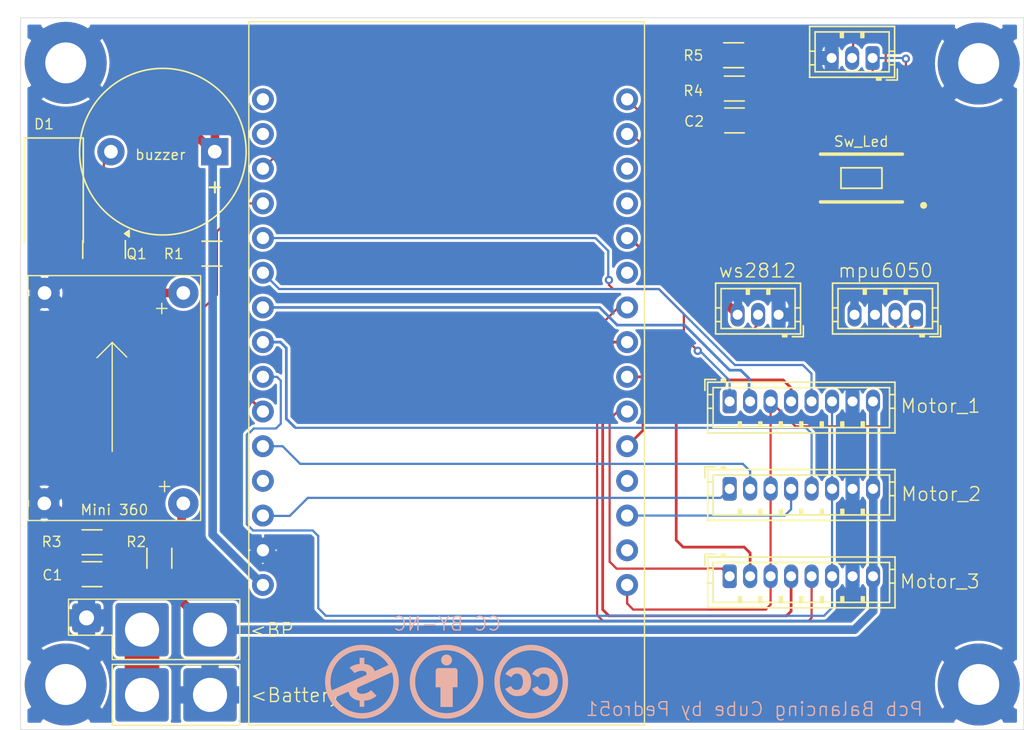
<source format=kicad_pcb>
(kicad_pcb (version 20240108) (generator "pcbnew") (generator_version "8.0")
  (layers (0 "F.Cu" signal) (31 "B.Cu" signal) (34 "B.Paste" user) (35 "F.Paste" user) (36 "B.SilkS" user "B.Silkscreen") (37 "F.SilkS" user "F.Silkscreen") (38 "B.Mask" user) (39 "F.Mask" user) (44 "Edge.Cuts" user))
  (net 0 "")
  (net 1 "+BATT")
  (net 2 "-BATT")
  (net 3 "Net-(BZ1--)")
  (net 4 "Net-(Q1-B)")
  (net 5 "VCC")
  (net 6 "Adc batt")
  (net 7 "Net-(J2-Pin_1)")
  (net 8 "Net-(J6-Pin_5)")
  (net 9 "Net-(J6-Pin_6)")
  (net 10 "Net-(J6-Pin_2)")
  (net 11 "Net-(J6-Pin_4)")
  (net 12 "Net-(J7-Pin_5)")
  (net 13 "Net-(J7-Pin_4)")
  (net 14 "Net-(J7-Pin_1)")
  (net 15 "Net-(J7-Pin_2)")
  (net 16 "Net-(J8-Pin_4)")
  (net 17 "Net-(J8-Pin_2)")
  (net 18 "Net-(J8-Pin_5)")
  (net 19 "Net-(J8-Pin_1)")
  (net 20 "Servo1")
  (net 21 "Servo2")
  (net 22 "Servo3")
  (net 23 "SDA")
  (net 24 "SCL")
  (net 25 "WS2812")
  (net 26 "cmd buzzer")
  (net 32 "Net-(J6-Pin_1)")
  (net 33 "Push_Led")
  (net 34 "+3.3V")
  (net 35 "+5V")
  (net 36 "Net-(J14-Pin_2)")
  (footprint "Capacitor_SMD:C_1206_3216Metric" (layer "F.Cu") (at 118.9736 109.0676 180)
    (property "Reference" "C1" (hide yes))
    (property "Value" "100nf" (hide yes))
    (pad "1" smd roundrect (at -1.475 0 180) (size 1.15 1.8) (layers "F.Cu" "F.Paste" "F.Mask") (roundrect_rratio 0.217391) (net 6 "Adc batt"))
    (pad "2" smd roundrect (at 1.475 0 180) (size 1.15 1.8) (layers "F.Cu" "F.Paste" "F.Mask") (roundrect_rratio 0.217391) (net 2 "-BATT"))
  )
  (footprint "Connector_Wire:SolderWire-2sqmm_1x01_D2mm_OD3.9mm" (layer "F.Cu") (at 127.6096 113.1316)
    (property "Reference" "J1" (hide yes))
    (property "Value" "Conn_01x01" (hide yes))
    (pad "1" thru_hole roundrect (at 0 0) (size 3.9 3.9) (drill 2.5) (layers "*.Cu" "*.Mask") (roundrect_rratio 0.064103) (net 1 "+BATT"))
  )
  (footprint "Connector_JST:JST_ZH_B8B-ZR_1x08_P1.50mm_Vertical" (layer "F.Cu") (at 165.6588 109.22)
    (property "Reference" "J8" (hide yes))
    (property "Value" "Conn_01x08_Pin")
    (pad "1" thru_hole roundrect (at 0 0) (size 1.03 1.73) (drill 0.73) (layers "*.Cu" "*.Mask") (roundrect_rratio 0.242718) (net 19 "Net-(J8-Pin_1)"))
    (pad "2" thru_hole oval (at 1.5 0) (size 1.03 1.73) (drill 0.73) (layers "*.Cu" "*.Mask") (net 17 "Net-(J8-Pin_2)"))
    (pad "3" thru_hole oval (at 3 0) (size 1.03 1.73) (drill 0.73) (layers "*.Cu" "*.Mask") (net 34 "+3.3V"))
    (pad "4" thru_hole oval (at 4.5 0) (size 1.03 1.73) (drill 0.73) (layers "*.Cu" "*.Mask") (net 16 "Net-(J8-Pin_4)"))
    (pad "5" thru_hole oval (at 6 0) (size 1.03 1.73) (drill 0.73) (layers "*.Cu" "*.Mask") (net 18 "Net-(J8-Pin_5)"))
    (pad "6" thru_hole oval (at 7.5 0) (size 1.03 1.73) (drill 0.73) (layers "*.Cu" "*.Mask") (net 9 "Net-(J6-Pin_6)"))
    (pad "7" thru_hole oval (at 9 0) (size 1.03 1.73) (drill 0.73) (layers "*.Cu" "*.Mask") (net 2 "-BATT"))
    (pad "8" thru_hole oval (at 10.5 0) (size 1.03 1.73) (drill 0.73) (layers "*.Cu" "*.Mask") (net 1 "+BATT"))
  )
  (footprint "Capacitor_SMD:C_1206_3216Metric" (layer "F.Cu") (at 166.0162 75.8444)
    (property "Reference" "C2" (hide yes))
    (property "Value" "100nf")
    (pad "1" smd roundrect (at -1.475 0) (size 1.15 1.8) (layers "F.Cu" "F.Paste" "F.Mask") (roundrect_rratio 0.217391) (net 33 "Push_Led"))
    (pad "2" smd roundrect (at 1.475 0) (size 1.15 1.8) (layers "F.Cu" "F.Paste" "F.Mask") (roundrect_rratio 0.217391) (net 2 "-BATT"))
  )
  (footprint "" (layer "F.Cu") (at 183.896 117.1448)
    (property "Reference" "" (at 0 0 0) (layer "F.SilkS") (effects (font (size 1.27 1.27))))
    (property "Value" "")
    (pad "1" thru_hole circle (at 0 0) (size 6 6) (drill 3) (layers "*.Cu" "*.Mask") (net 2 "-BATT"))
  )
  (footprint "Connector_JST:JST_ZH_B8B-ZR_1x08_P1.50mm_Vertical" (layer "F.Cu") (at 165.6588 102.8192)
    (property "Reference" "J7" (hide yes))
    (property "Value" "Conn_01x08_Pin")
    (pad "1" thru_hole roundrect (at 0 0) (size 1.03 1.73) (drill 0.73) (layers "*.Cu" "*.Mask") (roundrect_rratio 0.242718) (net 14 "Net-(J7-Pin_1)"))
    (pad "2" thru_hole oval (at 1.5 0) (size 1.03 1.73) (drill 0.73) (layers "*.Cu" "*.Mask") (net 15 "Net-(J7-Pin_2)"))
    (pad "3" thru_hole oval (at 3 0) (size 1.03 1.73) (drill 0.73) (layers "*.Cu" "*.Mask") (net 34 "+3.3V"))
    (pad "4" thru_hole oval (at 4.5 0) (size 1.03 1.73) (drill 0.73) (layers "*.Cu" "*.Mask") (net 13 "Net-(J7-Pin_4)"))
    (pad "5" thru_hole oval (at 6 0) (size 1.03 1.73) (drill 0.73) (layers "*.Cu" "*.Mask") (net 12 "Net-(J7-Pin_5)"))
    (pad "6" thru_hole oval (at 7.5 0) (size 1.03 1.73) (drill 0.73) (layers "*.Cu" "*.Mask") (net 9 "Net-(J6-Pin_6)"))
    (pad "7" thru_hole oval (at 9 0) (size 1.03 1.73) (drill 0.73) (layers "*.Cu" "*.Mask") (net 2 "-BATT"))
    (pad "8" thru_hole oval (at 10.5 0) (size 1.03 1.73) (drill 0.73) (layers "*.Cu" "*.Mask") (net 1 "+BATT"))
  )
  (footprint "Resistor_SMD:R_1206_3216Metric_Pad1.30x1.75mm_HandSolder" (layer "F.Cu") (at 123.9012 107.8992 90)
    (property "Reference" "R2" (hide yes))
    (property "Value" "33k")
    (pad "1" smd roundrect (at -1.55 0 90) (size 1.3 1.75) (layers "F.Cu" "F.Paste" "F.Mask") (roundrect_rratio 0.192308) (net 1 "+BATT"))
    (pad "2" smd roundrect (at 1.55 0 90) (size 1.3 1.75) (layers "F.Cu" "F.Paste" "F.Mask") (roundrect_rratio 0.192308) (net 6 "Adc batt"))
  )
  (footprint "Package_TO_SOT_SMD:SOT-23" (layer "F.Cu") (at 119.8513 85.2932 -90)
    (property "Reference" "Q1" (hide yes))
    (property "Value" "MMBT2222A" (hide yes))
    (pad "1" smd roundrect (at -0.9375 -0.95 270) (size 1.475 0.6) (layers "F.Cu" "F.Paste" "F.Mask") (net 4 "Net-(Q1-B)"))
    (pad "2" smd roundrect (at -0.9375 0.95 270) (size 1.475 0.6) (layers "F.Cu" "F.Paste" "F.Mask") (net 2 "-BATT"))
    (pad "3" smd roundrect (at 0.9375 0 270) (size 1.475 0.6) (layers "F.Cu" "F.Paste" "F.Mask") (net 3 "Net-(BZ1--)"))
  )
  (footprint "MesEmpreintes:DCDC buck" (layer "F.Cu") (at 120.5742 85.936)
    (property "Reference" "U1" (hide yes))
    (property "Value" "5v" (hide yes))
    (pad "1" thru_hole circle (at 5.08 17.95) (size 2.22 2.22) (drill 1) (layers "*.Cu" "*.Mask") (net 1 "+BATT"))
    (pad "2" thru_hole circle (at -5.1 17.95) (size 2.22 2.22) (drill 1) (layers "*.Cu" "*.Mask") (net 2 "-BATT"))
    (pad "3" thru_hole circle (at 5.08 2.54) (size 2.22 2.22) (drill 1) (layers "*.Cu" "*.Mask") (net 35 "+5V"))
    (pad "4" thru_hole circle (at -5.08 2.54) (size 2.22 2.22) (drill 1) (layers "*.Cu" "*.Mask") (net 2 "-BATT"))
  )
  (footprint "Resistor_SMD:R_1206_3216Metric" (layer "F.Cu") (at 166.0037 73.5076)
    (property "Reference" "R4" (hide yes))
    (property "Value" "1k")
    (pad "1" smd roundrect (at -1.4625 0) (size 1.125 1.75) (layers "F.Cu" "F.Paste" "F.Mask") (roundrect_rratio 0.222222) (net 33 "Push_Led"))
    (pad "2" smd roundrect (at 1.4625 0) (size 1.125 1.75) (layers "F.Cu" "F.Paste" "F.Mask") (roundrect_rratio 0.222222) (net 34 "+3.3V"))
  )
  (footprint "MountingHole:MountingHole_3mm_Pad" (layer "F.Cu") (at 117.0432 71.628)
    (property "Reference" "1" (hide yes))
    (property "Value" "MountingHole_3mm_Pad" (hide yes))
    (pad "1" thru_hole circle (at 0 0) (size 6 6) (drill 3) (layers "*.Cu" "*.Mask") (net 2 "-BATT"))
  )
  (footprint "Connector_JST:JST_ZH_B8B-ZR_1x08_P1.50mm_Vertical" (layer "F.Cu") (at 165.656 96.4184)
    (property "Reference" "J6" (hide yes))
    (property "Value" "Conn_01x08_Pin")
    (pad "1" thru_hole roundrect (at 0 0) (size 1.03 1.73) (drill 0.73) (layers "*.Cu" "*.Mask") (roundrect_rratio 0.242718) (net 32 "Net-(J6-Pin_1)"))
    (pad "2" thru_hole oval (at 1.5 0) (size 1.03 1.73) (drill 0.73) (layers "*.Cu" "*.Mask") (net 10 "Net-(J6-Pin_2)"))
    (pad "3" thru_hole oval (at 3 0) (size 1.03 1.73) (drill 0.73) (layers "*.Cu" "*.Mask") (net 34 "+3.3V"))
    (pad "4" thru_hole oval (at 4.5 0) (size 1.03 1.73) (drill 0.73) (layers "*.Cu" "*.Mask") (net 11 "Net-(J6-Pin_4)"))
    (pad "5" thru_hole oval (at 6 0) (size 1.03 1.73) (drill 0.73) (layers "*.Cu" "*.Mask") (net 8 "Net-(J6-Pin_5)"))
    (pad "6" thru_hole oval (at 7.5 0) (size 1.03 1.73) (drill 0.73) (layers "*.Cu" "*.Mask") (net 9 "Net-(J6-Pin_6)"))
    (pad "7" thru_hole oval (at 9 0) (size 1.03 1.73) (drill 0.73) (layers "*.Cu" "*.Mask") (net 2 "-BATT"))
    (pad "8" thru_hole oval (at 10.5 0) (size 1.03 1.73) (drill 0.73) (layers "*.Cu" "*.Mask") (net 1 "+BATT"))
  )
  (footprint "Connector_Wire:SolderWire-0.5sqmm_1x01_D0.9mm_OD2.1mm" (layer "F.Cu") (at 118.5672 112.268)
    (property "Reference" "J5" (hide yes))
    (property "Value" "Conn_01x01" (hide yes))
    (pad "1" thru_hole roundrect (at 0 0) (size 2.1 2.1) (drill 1.1) (layers "*.Cu" "*.Mask") (roundrect_rratio 0.119048) (net 2 "-BATT"))
  )
  (footprint "Connector_Wire:SolderWire-2sqmm_1x01_D2mm_OD3.9mm" (layer "F.Cu") (at 122.6312 113.1316)
    (property "Reference" "J2" (hide yes))
    (property "Value" "Conn_01x01" (hide yes))
    (pad "1" thru_hole roundrect (at 0 0) (size 3.9 3.9) (drill 2.5) (layers "*.Cu" "*.Mask") (roundrect_rratio 0.064103) (net 7 "Net-(J2-Pin_1)"))
  )
  (footprint "Connector_Wire:SolderWire-2sqmm_1x01_D2mm_OD3.9mm" (layer "F.Cu") (at 122.6312 117.9068)
    (property "Reference" "J3" (hide yes))
    (property "Value" "Conn_01x01" (hide yes))
    (pad "1" thru_hole roundrect (at 0 0) (size 3.9 3.9) (drill 2.5) (layers "*.Cu" "*.Mask") (roundrect_rratio 0.064103) (net 7 "Net-(J2-Pin_1)"))
  )
  (footprint "Connector_JST:JST_ZH_B3B-ZR_1x03_P1.50mm_Vertical" (layer "F.Cu") (at 176.1264 71.2724 180)
    (property "Reference" "J14" (hide yes))
    (property "Value" "Conn_01x03_Pin")
    (pad "1" thru_hole roundrect (at 0 0 180) (size 1.03 1.73) (drill 0.73) (layers "*.Cu" "*.Mask") (roundrect_rratio 0.242718) (net 34 "+3.3V"))
    (pad "2" thru_hole oval (at 1.5 0 180) (size 1.03 1.73) (drill 0.73) (layers "*.Cu" "*.Mask") (net 36 "Net-(J14-Pin_2)"))
    (pad "3" thru_hole oval (at 3 0 180) (size 1.03 1.73) (drill 0.73) (layers "*.Cu" "*.Mask") (net 2 "-BATT"))
  )
  (footprint "Resistor_SMD:R_1206_3216Metric_Pad1.30x1.75mm_HandSolder" (layer "F.Cu") (at 118.9736 106.7308 180)
    (property "Reference" "R3" (hide yes))
    (property "Value" "10k")
    (pad "1" smd roundrect (at -1.55 0 180) (size 1.3 1.75) (layers "F.Cu" "F.Paste" "F.Mask") (roundrect_rratio 0.192308) (net 6 "Adc batt"))
    (pad "2" smd roundrect (at 1.55 0 180) (size 1.3 1.75) (layers "F.Cu" "F.Paste" "F.Mask") (roundrect_rratio 0.192308) (net 2 "-BATT"))
  )
  (footprint "Resistor_SMD:R_1206_3216Metric" (layer "F.Cu") (at 127.7513 85.598 180)
    (property "Reference" "R1" (hide yes))
    (property "Value" "2k" (hide yes))
    (pad "1" smd roundrect (at -1.4625 0 180) (size 1.125 1.75) (layers "F.Cu" "F.Paste" "F.Mask") (roundrect_rratio 0.222222) (net 26 "cmd buzzer"))
    (pad "2" smd roundrect (at 1.4625 0 180) (size 1.125 1.75) (layers "F.Cu" "F.Paste" "F.Mask") (roundrect_rratio 0.222222) (net 4 "Net-(Q1-B)"))
  )
  (footprint "Resistor_SMD:R_1206_3216Metric" (layer "F.Cu") (at 165.9529 71.0692 180)
    (property "Reference" "R5" (hide yes))
    (property "Value" "1k")
    (pad "1" smd roundrect (at -1.4625 0 180) (size 1.125 1.75) (layers "F.Cu" "F.Paste" "F.Mask") (roundrect_rratio 0.222222) (net 36 "Net-(J14-Pin_2)"))
    (pad "2" smd roundrect (at 1.4625 0 180) (size 1.125 1.75) (layers "F.Cu" "F.Paste" "F.Mask") (roundrect_rratio 0.222222) (net 33 "Push_Led"))
  )
  (footprint "MountingHole:MountingHole_3mm_Pad" (layer "F.Cu") (at 117.0432 117.1448)
    (property "Reference" "1" (hide yes))
    (property "Value" "MountingHole_3mm_Pad" (hide yes))
    (pad "1" thru_hole circle (at 0 0) (size 6 6) (drill 3) (layers "*.Cu" "*.Mask") (net 2 "-BATT"))
  )
  (footprint "Diode_SMD:D_SMA-SMB_Universal_Handsoldering" (layer "F.Cu") (at 116.1796 82.0884 -90)
    (property "Reference" "D1" (hide yes))
    (property "Value" "S2A")
    (pad "1" smd trapezoid (at -2.9 0 270) (size 3.6 1.7) (rect_delta 0.6 0) (layers "F.Cu" "F.Paste" "F.Mask") (net 5 "VCC"))
    (pad "2" smd trapezoid (at 2.9 0 90) (size 3.6 1.7) (rect_delta 0.6 0) (layers "F.Cu" "F.Paste" "F.Mask") (net 35 "+5V"))
  )
  (footprint "Connector_JST:JST_ZH_B4B-ZR_1x04_P1.50mm_Vertical" (layer "F.Cu") (at 179.3028 90.0684 180)
    (property "Reference" "J12" (hide yes))
    (property "Value" "Conn_01x04_Pin")
    (pad "1" thru_hole roundrect (at 0 0 180) (size 1.03 1.73) (drill 0.73) (layers "*.Cu" "*.Mask") (roundrect_rratio 0.242718) (net 23 "SDA"))
    (pad "2" thru_hole oval (at 1.5 0 180) (size 1.03 1.73) (drill 0.73) (layers "*.Cu" "*.Mask") (net 24 "SCL"))
    (pad "3" thru_hole oval (at 3 0 180) (size 1.03 1.73) (drill 0.73) (layers "*.Cu" "*.Mask") (net 2 "-BATT"))
    (pad "4" thru_hole oval (at 4.5 0 180) (size 1.03 1.73) (drill 0.73) (layers "*.Cu" "*.Mask") (net 5 "VCC"))
  )
  (footprint "Connector_JST:JST_ZH_B3B-ZR_1x03_P1.50mm_Vertical" (layer "F.Cu") (at 169.2416 90.0684 180)
    (property "Reference" "J13" (hide yes))
    (property "Value" "Conn_01x03_Pin")
    (pad "1" thru_hole roundrect (at 0 0 180) (size 1.03 1.73) (drill 0.73) (layers "*.Cu" "*.Mask") (roundrect_rratio 0.242718) (net 2 "-BATT"))
    (pad "2" thru_hole oval (at 1.5 0 180) (size 1.03 1.73) (drill 0.73) (layers "*.Cu" "*.Mask") (net 25 "WS2812"))
    (pad "3" thru_hole oval (at 3 0 180) (size 1.03 1.73) (drill 0.73) (layers "*.Cu" "*.Mask") (net 5 "VCC"))
  )
  (footprint "" (layer "F.Cu") (at 183.896 71.6788)
    (property "Reference" "" (at 0 0 0) (layer "F.SilkS") (effects (font (size 1.27 1.27))))
    (property "Value" "")
    (pad "1" thru_hole circle (at 0 0) (size 6 6) (drill 3) (layers "*.Cu" "*.Mask") (net 2 "-BATT"))
  )
  (footprint "Connector_Wire:SolderWire-2sqmm_1x01_D2mm_OD3.9mm" (layer "F.Cu") (at 127.6096 117.9068)
    (property "Reference" "J4" (hide yes))
    (property "Value" "Conn_01x01" (hide yes))
    (pad "1" thru_hole roundrect (at 0 0) (size 3.9 3.9) (drill 2.5) (layers "*.Cu" "*.Mask") (roundrect_rratio 0.064103) (net 2 "-BATT"))
  )
  (footprint "Buzzer_Beeper:Buzzer_12x9.5RM7.6" (layer "F.Cu") (at 127.9552 78.1304 180)
    (property "Reference" "BZ1" (hide yes))
    (property "Value" "Buzzer" (hide yes))
    (fp_text user "+" (at -0.01 -2.54 0) (layer "F.SilkS"))
    (pad "1" thru_hole rect (at 0 0 180) (size 2 2) (drill 1) (layers "*.Cu" "*.Mask") (net 5 "VCC"))
    (pad "2" thru_hole circle (at 7.6 0 180) (size 2 2) (drill 1) (layers "*.Cu" "*.Mask") (net 3 "Net-(BZ1--)"))
  )
  (footprint "MesEmpreintes:esp module 30pins" (layer "F.Cu") (at 145.4526 94.6162)
    (property "Reference" "U2" (hide yes))
    (property "Value" "~")
    (pad "1" thru_hole circle (at -13.97 -20.32) (size 1.6 1.6) (drill 0.9) (layers "*.Cu" "*.Mask"))
    (pad "2" thru_hole circle (at -13.97 -17.78) (size 1.6 1.6) (drill 0.9) (layers "*.Cu" "*.Mask"))
    (pad "3" thru_hole circle (at -13.97 -15.24) (size 1.6 1.6) (drill 0.9) (layers "*.Cu" "*.Mask") (net 33 "Push_Led"))
    (pad "4" thru_hole circle (at -13.97 -12.7) (size 1.6 1.6) (drill 0.9) (layers "*.Cu" "*.Mask") (net 6 "Adc batt"))
    (pad "5" thru_hole circle (at -13.97 -10.16) (size 1.6 1.6) (drill 0.9) (layers "*.Cu" "*.Mask") (net 32 "Net-(J6-Pin_1)"))
    (pad "6" thru_hole circle (at -13.97 -7.62) (size 1.6 1.6) (drill 0.9) (layers "*.Cu" "*.Mask") (net 8 "Net-(J6-Pin_5)"))
    (pad "7" thru_hole circle (at -13.97 -5.08) (size 1.6 1.6) (drill 0.9) (layers "*.Cu" "*.Mask") (net 10 "Net-(J6-Pin_2)"))
    (pad "8" thru_hole circle (at -13.97 -2.54) (size 1.6 1.6) (drill 0.9) (layers "*.Cu" "*.Mask") (net 12 "Net-(J7-Pin_5)"))
    (pad "9" thru_hole circle (at -13.97 0) (size 1.6 1.6) (drill 0.9) (layers "*.Cu" "*.Mask") (net 9 "Net-(J6-Pin_6)"))
    (pad "10" thru_hole circle (at -13.97 2.54) (size 1.6 1.6) (drill 0.9) (layers "*.Cu" "*.Mask") (net 26 "cmd buzzer"))
    (pad "11" thru_hole circle (at -13.97 5.08) (size 1.6 1.6) (drill 0.9) (layers "*.Cu" "*.Mask") (net 15 "Net-(J7-Pin_2)"))
    (pad "12" thru_hole circle (at -13.97 7.62) (size 1.6 1.6) (drill 0.9) (layers "*.Cu" "*.Mask") (net 21 "Servo2"))
    (pad "13" thru_hole circle (at -13.97 10.16) (size 1.6 1.6) (drill 0.9) (layers "*.Cu" "*.Mask") (net 14 "Net-(J7-Pin_1)"))
    (pad "14" thru_hole circle (at -13.97 12.7) (size 1.6 1.6) (drill 0.9) (layers "*.Cu" "*.Mask") (net 2 "-BATT"))
    (pad "15" thru_hole circle (at -13.97 15.24) (size 1.6 1.6) (drill 0.9) (layers "*.Cu" "*.Mask") (net 5 "VCC"))
    (pad "16" thru_hole circle (at 12.7 15.24) (size 1.6 1.6) (drill 0.9) (layers "*.Cu" "*.Mask") (net 34 "+3.3V"))
    (pad "17" thru_hole circle (at 12.7 12.7) (size 1.6 1.6) (drill 0.9) (layers "*.Cu" "*.Mask"))
    (pad "18" thru_hole circle (at 12.7 10.16) (size 1.6 1.6) (drill 0.9) (layers "*.Cu" "*.Mask") (net 13 "Net-(J7-Pin_4)"))
    (pad "19" thru_hole circle (at 12.7 7.62) (size 1.6 1.6) (drill 0.9) (layers "*.Cu" "*.Mask") (net 22 "Servo3"))
    (pad "20" thru_hole circle (at 12.7 5.08) (size 1.6 1.6) (drill 0.9) (layers "*.Cu" "*.Mask") (net 11 "Net-(J6-Pin_4)"))
    (pad "21" thru_hole circle (at 12.7 2.54) (size 1.6 1.6) (drill 0.9) (layers "*.Cu" "*.Mask") (net 19 "Net-(J8-Pin_1)"))
    (pad "22" thru_hole circle (at 12.7 0) (size 1.6 1.6) (drill 0.9) (layers "*.Cu" "*.Mask") (net 17 "Net-(J8-Pin_2)"))
    (pad "23" thru_hole circle (at 12.7 -2.54) (size 1.6 1.6) (drill 0.9) (layers "*.Cu" "*.Mask") (net 16 "Net-(J8-Pin_4)"))
    (pad "24" thru_hole circle (at 12.7 -5.08) (size 1.6 1.6) (drill 0.9) (layers "*.Cu" "*.Mask") (net 18 "Net-(J8-Pin_5)"))
    (pad "25" thru_hole circle (at 12.7 -7.62) (size 1.6 1.6) (drill 0.9) (layers "*.Cu" "*.Mask") (net 20 "Servo1"))
    (pad "26" thru_hole circle (at 12.7 -10.16) (size 1.6 1.6) (drill 0.9) (layers "*.Cu" "*.Mask") (net 23 "SDA"))
    (pad "27" thru_hole circle (at 12.7 -12.7) (size 1.6 1.6) (drill 0.9) (layers "*.Cu" "*.Mask"))
    (pad "28" thru_hole circle (at 12.7 -15.24) (size 1.6 1.6) (drill 0.9) (layers "*.Cu" "*.Mask"))
    (pad "29" thru_hole circle (at 12.7 -17.78) (size 1.6 1.6) (drill 0.9) (layers "*.Cu" "*.Mask") (net 24 "SCL"))
    (pad "30" thru_hole circle (at 12.7 -20.32) (size 1.6 1.6) (drill 0.9) (layers "*.Cu" "*.Mask") (net 25 "WS2812"))
  )
  (footprint "MesEmpreintes:SW_RS-032G05A3-SMRT" (layer "F.Cu") (at 175.3108 80.0608 180)
    (property "Reference" "SW2" (hide yes))
    (property "Value" "SW_Push")
    (pad "1" smd rect (at -4 0 180) (size 2 2) (layers "F.Cu" "F.Paste" "F.Mask") (net 2 "-BATT"))
    (pad "2" smd rect (at 4 0 180) (size 2 2) (layers "F.Cu" "F.Paste" "F.Mask") (net 33 "Push_Led"))
  )
  (footprint "Symbol:Symbol_CC-Attribution_Silkscreen_Small" (layer "B.Cu") (at 144.9324 116.9416 180)
    (property "Reference" "REF**" (hide yes))
    (property "Value" "Symbol_CC-Attribution_Silkscreen_Small" (hide yes))
  )
  (footprint "Symbol:Symbol_CreativeCommons_Silkscreen_Type2_Small" (layer "B.Cu") (at 151.13 116.9416 180)
    (property "Reference" "REF**" (hide yes))
    (property "Value" "Symbol_CreativeCommons_Silkscreen_Type2_Small" (hide yes))
  )
  (footprint "Symbol:Symbol_CC-Noncommercial_Silkscreen_Small" (layer "B.Cu") (at 138.7348 116.9416 180)
    (property "Reference" "REF**" (hide yes))
    (property "Value" "Symbol_CC-Noncommercial_Silkscreen_Small" (hide yes))
  )
  (gr_poly (pts (xy 117.2464 110.8964) (xy 129.794 110.8964) (xy 129.794 115.316) (xy 120.4468 115.316) (xy 120.4468 113.538) (xy 117.2464 113.538)) (stroke (width 0.1)) (fill none) (layer "F.SilkS"))
  (gr_line (start 120.4468 92.1004) (end 121.5136 93.1672) (stroke (width 0.1)) (layer "F.SilkS"))
  (gr_line (start 120.4468 92.1004) (end 119.3292 93.218) (stroke (width 0.1)) (layer "F.SilkS"))
  (gr_line (start 120.4468 100.076) (end 120.4468 92.1004) (stroke (width 0.1)) (layer "F.SilkS"))
  (gr_rect (start 120.4468 115.6716) (end 129.794 120.142) (stroke (width 0.1)) (fill none) (layer "F.SilkS"))
  (gr_rect (start 113.7412 68.326) (end 187.198 120.4468) (stroke (width 0.05)) (fill none) (layer "Edge.Cuts"))
  (gr_text "CC BY-NC" (at 148.9964 113.284 0) (layer "B.SilkS") (effects (font (size 1 1) (thickness 0.1)) (justify left bottom mirror)))
  (gr_text "Pcb Balancing Cube by Pedro51" (at 179.8828 119.5324 0) (layer "B.SilkS") (effects (font (size 1 1) (thickness 0.1)) (justify left bottom mirror)))
  (gr_text "<Battery" (at 130.5052 118.5164 0) (layer "F.SilkS") (effects (font (size 1 1) (thickness 0.1)) (justify left bottom)))
  (gr_text "R4" (at 162.2044 74.1172 0) (layer "F.SilkS") (effects (font (size 0.75 0.75) (thickness 0.1)) (justify left bottom)))
  (gr_text "R2" (at 121.412 107.1372 0) (layer "F.SilkS") (effects (font (size 0.75 0.75) (thickness 0.1)) (justify left bottom)))
  (gr_text "Sw_Led" (at 173.228 77.8256 0) (layer "F.SilkS") (effects (font (size 0.75 0.75) (thickness 0.1)) (justify left bottom)))
  (gr_text "R1" (at 124.1552 86.0552 0) (layer "F.SilkS") (effects (font (size 0.75 0.75) (thickness 0.1)) (justify left bottom)))
  (gr_text "Motor_1" (at 178.1048 97.3328 0) (layer "F.SilkS") (effects (font (size 1 1) (thickness 0.1)) (justify left bottom)))
  (gr_text "Motor_3" (at 178.054 110.1852 0) (layer "F.SilkS") (effects (font (size 1 1) (thickness 0.1)) (justify left bottom)))
  (gr_text "C1" (at 115.2652 109.5756 0) (layer "F.SilkS") (effects (font (size 0.75 0.75) (thickness 0.1)) (justify left bottom)))
  (gr_text "Q1" (at 121.412 86.0552 0) (layer "F.SilkS") (effects (font (size 0.75 0.75) (thickness 0.1)) (justify left bottom)))
  (gr_text "R3" (at 115.2144 107.1372 0) (layer "F.SilkS") (effects (font (size 0.75 0.75) (thickness 0.1)) (justify left bottom)))
  (gr_text "<BP" (at 130.4544 113.7412 0) (layer "F.SilkS") (effects (font (size 1 1) (thickness 0.1)) (justify left bottom)))
  (gr_text "ws2812" (at 164.7952 87.4268 0) (layer "F.SilkS") (effects (font (size 1 1) (thickness 0.1)) (justify left bottom)))
  (gr_text "+\n" (at 123.3932 90.1192 0) (layer "F.SilkS") (effects (font (size 1 1) (thickness 0.1)) (justify left bottom)))
  (gr_text "mpu6050" (at 173.5328 87.4268 0) (layer "F.SilkS") (effects (font (size 1 1) (thickness 0.1)) (justify left bottom)))
  (gr_text "buzzer" (at 122.0724 78.7908 0) (layer "F.SilkS") (effects (font (size 0.75 0.75) (thickness 0.1)) (justify left bottom)))
  (gr_text "Mini 360" (at 118.0592 104.8004 0) (layer "F.SilkS") (effects (font (size 0.75 0.75) (thickness 0.1)) (justify left bottom)))
  (gr_text "Motor_2" (at 178.1556 103.7844 0) (layer "F.SilkS") (effects (font (size 1 1) (thickness 0.1)) (justify left bottom)))
  (gr_text "+\n\n\n" (at 123.5964 106.3752 0) (layer "F.SilkS") (effects (font (size 1 1) (thickness 0.1)) (justify left bottom)))
  (gr_text "R5" (at 162.2044 71.5264 0) (layer "F.SilkS") (effects (font (size 0.75 0.75) (thickness 0.1)) (justify left bottom)))
  (gr_text "D1" (at 114.6556 76.5556 0) (layer "F.SilkS") (effects (font (size 0.75 0.75) (thickness 0.1)) (justify left bottom)))
  (gr_text "C2" (at 162.2552 76.3524 0) (layer "F.SilkS") (effects (font (size 0.75 0.75) (thickness 0.1)) (justify left bottom)))
  (segment (start 123.9012 109.3742) (end 123.9012 109.4232) (width 0.63) (layer "F.Cu") (net 1))
  (segment (start 176.3484 96.32) (end 176.3516 96.3168) (width 0.16) (layer "F.Cu") (net 1))
  (segment (start 125.5268 107.7486) (end 123.9012 109.3742) (width 0.63) (layer "F.Cu") (net 1))
  (segment (start 123.9012 109.4232) (end 127.6096 113.1316) (width 0.63) (layer "F.Cu") (net 1))
  (segment (start 125.6542 103.886) (end 125.5268 104.0134) (width 0.63) (layer "F.Cu") (net 1))
  (segment (start 125.5268 104.0134) (end 125.5268 107.7486) (width 0.63) (layer "F.Cu") (net 1))
  (segment (start 176.3516 96.3168) (end 176.3516 95.6812) (width 0.16) (layer "B.Cu") (net 1))
  (segment (start 176.1744 111.76) (end 176.1744 96.4368) (width 0.63) (layer "B.Cu") (net 1))
  (segment (start 127.6096 113.1316) (end 174.8028 113.1316) (width 0.63) (layer "B.Cu") (net 1))
  (segment (start 174.8028 113.1316) (end 176.1744 111.76) (width 0.63) (layer "B.Cu") (net 1))
  (segment (start 176.1744 96.4368) (end 176.156 96.4184) (width 0.63) (layer "B.Cu") (net 1))
  (segment (start 118.9013 84.3557) (end 118.9013 82.5285) (width 0.16) (layer "F.Cu") (net 2))
  (segment (start 117.4986 109.0676) (end 117.4986 105.0526) (width 0.16) (layer "F.Cu") (net 2))
  (segment (start 114.7572 82.1944) (end 114.4524 82.4992) (width 0.16) (layer "F.Cu") (net 2))
  (segment (start 176.3268 90.0444) (end 176.3028 90.0684) (width 0.16) (layer "F.Cu") (net 2))
  (segment (start 118.5672 82.1944) (end 114.7572 82.1944) (width 0.16) (layer "F.Cu") (net 2))
  (segment (start 117.4986 105.0526) (end 116.332 103.886) (width 0.16) (layer "F.Cu") (net 2))
  (segment (start 169.2416 90.0684) (end 169.2416 77.5948) (width 0.2) (layer "F.Cu") (net 2))
  (segment (start 167.7416 76.0948) (end 167.4912 75.8444) (width 0.16) (layer "F.Cu") (net 2))
  (segment (start 178.5864 85.8784) (end 176.3268 88.138) (width 0.16) (layer "F.Cu") (net 2))
  (segment (start 118.9013 82.5285) (end 118.5672 82.1944) (width 0.16) (layer "F.Cu") (net 2))
  (segment (start 178.5864 80.7852) (end 178.5864 85.8784) (width 0.2) (layer "F.Cu") (net 2))
  (segment (start 114.4524 82.4992) (end 114.4524 87.4342) (width 0.16) (layer "F.Cu") (net 2))
  (segment (start 176.3268 88.138) (end 176.3268 90.0444) (width 0.16) (layer "F.Cu") (net 2))
  (segment (start 169.2416 77.5948) (end 167.4912 75.8444) (width 0.2) (layer "F.Cu") (net 2))
  (segment (start 114.4524 87.4342) (end 115.4942 88.476) (width 0.16) (layer "F.Cu") (net 2))
  (segment (start 179.3108 80.0608) (end 178.5864 80.7852) (width 0.2) (layer "F.Cu") (net 2))
  (segment (start 119.8513 86.2307) (end 119.8372 86.2166) (width 0.16) (layer "F.Cu") (net 3))
  (segment (start 119.8372 86.2166) (end 119.8372 78.496) (width 0.16) (layer "F.Cu") (net 3))
  (segment (start 119.8372 78.496) (end 120.2028 78.1304) (width 0.16) (layer "F.Cu") (net 3))
  (segment (start 124.8202 84.1294) (end 126.2888 85.598) (width 0.16) (layer "F.Cu") (net 4))
  (segment (start 121.0276 84.1294) (end 124.8202 84.1294) (width 0.16) (layer "F.Cu") (net 4))
  (segment (start 120.8013 84.3557) (end 121.0276 84.1294) (width 0.16) (layer "F.Cu") (net 4))
  (segment (start 162.1536 85.9804) (end 166.2416 90.0684) (width 0.63) (layer "F.Cu") (net 5))
  (segment (start 126.1264 76.454) (end 127.8028 78.1304) (width 0.63) (layer "F.Cu") (net 5))
  (segment (start 127.9652 77.968) (end 127.9652 73.5584) (width 0.63) (layer "F.Cu") (net 5))
  (segment (start 129.5908 71.9328) (end 160.5788 71.9328) (width 0.63) (layer "F.Cu") (net 5))
  (segment (start 116.1796 79.1884) (end 116.1796 77.2668) (width 0.63) (layer "F.Cu") (net 5))
  (segment (start 160.5788 71.9328) (end 162.1536 73.5076) (width 0.63) (layer "F.Cu") (net 5))
  (segment (start 162.1536 73.5076) (end 162.1536 85.9804) (width 0.63) (layer "F.Cu") (net 5))
  (segment (start 127.9652 73.5584) (end 129.5908 71.9328) (width 0.63) (layer "F.Cu") (net 5))
  (segment (start 127.8028 78.1304) (end 127.9652 77.968) (width 0.63) (layer "F.Cu") (net 5))
  (segment (start 116.9924 76.454) (end 126.1264 76.454) (width 0.63) (layer "F.Cu") (net 5))
  (segment (start 116.1796 77.2668) (end 116.9924 76.454) (width 0.63) (layer "F.Cu") (net 5))
  (segment (start 174.1424 88.0872) (end 174.8028 88.7476) (width 0.63) (layer "B.Cu") (net 5))
  (segment (start 166.878 88.0872) (end 174.1424 88.0872) (width 0.63) (layer "B.Cu") (net 5))
  (segment (start 166.2416 90.0684) (end 166.2684 90.0416) (width 0.63) (layer "B.Cu") (net 5))
  (segment (start 166.2684 90.0416) (end 166.2684 88.6968) (width 0.63) (layer "B.Cu") (net 5))
  (segment (start 127.8028 106.1764) (end 131.4826 109.8562) (width 0.63) (layer "B.Cu") (net 5))
  (segment (start 174.8028 88.7476) (end 174.8028 90.0684) (width 0.63) (layer "B.Cu") (net 5))
  (segment (start 166.2684 88.6968) (end 166.878 88.0872) (width 0.63) (layer "B.Cu") (net 5))
  (segment (start 127.8028 78.1304) (end 127.8028 106.1764) (width 0.63) (layer "B.Cu") (net 5))
  (segment (start 131.4826 81.979) (end 131.4826 81.9162) (width 0.16) (layer "F.Cu") (net 6))
  (segment (start 131.4826 81.9162) (end 130.1738 81.9162) (width 0.16) (layer "F.Cu") (net 6))
  (segment (start 128.1176 83.9724) (end 128.1176 88.5952) (width 0.16) (layer "F.Cu") (net 6))
  (segment (start 120.4486 109.0676) (end 120.4486 106.7308) (width 0.16) (layer "F.Cu") (net 6))
  (segment (start 123.5946 106.7308) (end 123.9012 106.4242) (width 0.16) (layer "F.Cu") (net 6))
  (segment (start 128.1176 88.5952) (end 123.9012 92.8116) (width 0.16) (layer "F.Cu") (net 6))
  (segment (start 123.9012 92.8116) (end 123.9012 106.4242) (width 0.16) (layer "F.Cu") (net 6))
  (segment (start 120.4486 106.7308) (end 123.5946 106.7308) (width 0.16) (layer "F.Cu") (net 6))
  (segment (start 130.1738 81.9162) (end 128.1176 83.9724) (width 0.16) (layer "F.Cu") (net 6))
  (segment (start 122.6312 113.1316) (end 122.6312 117.9068) (width 2.54) (layer "F.Cu") (net 7))
  (segment (start 171.0192 93.7524) (end 171.6532 94.3864) (width 0.16) (layer "B.Cu") (net 8))
  (segment (start 166.0408 93.7524) (end 171.0192 93.7524) (width 0.16) (layer "B.Cu") (net 8))
  (segment (start 160.4772 88.1888) (end 166.0408 93.7524) (width 0.16) (layer "B.Cu") (net 8))
  (segment (start 171.6532 96.4156) (end 171.656 96.4184) (width 0.16) (layer "B.Cu") (net 8))
  (segment (start 132.6752 88.1888) (end 160.4772 88.1888) (width 0.16) (layer "B.Cu") (net 8))
  (segment (start 131.4826 86.9962) (end 132.6752 88.1888) (width 0.16) (layer "B.Cu") (net 8))
  (segment (start 171.6532 94.3864) (end 171.6532 96.4156) (width 0.16) (layer "B.Cu") (net 8))
  (segment (start 173.1588 96.4212) (end 173.156 96.4184) (width 0.16) (layer "F.Cu") (net 9))
  (segment (start 132.7912 94.8944) (end 132.7912 98.044) (width 0.16) (layer "B.Cu") (net 9))
  (segment (start 130.302 98.8568) (end 130.302 105.41) (width 0.16) (layer "B.Cu") (net 9))
  (segment (start 131.4826 94.6162) (end 132.513 94.6162) (width 0.16) (layer "B.Cu") (net 9))
  (segment (start 135.5344 106.2736) (end 135.5344 111.5568) (width 0.16) (layer "B.Cu") (net 9))
  (segment (start 132.7912 98.044) (end 132.4356 98.3996) (width 0.16) (layer "B.Cu") (net 9))
  (segment (start 130.81 98.3996) (end 130.5052 98.7044) (width 0.16) (layer "B.Cu") (net 9))
  (segment (start 173.1588 111.5244) (end 173.1588 109.22) (width 0.16) (layer "B.Cu") (net 9))
  (segment (start 135.5344 111.5568) (end 136.0932 112.1156) (width 0.16) (layer "B.Cu") (net 9))
  (segment (start 172.5676 112.1156) (end 173.1588 111.5244) (width 0.16) (layer "B.Cu") (net 9))
  (segment (start 135.128 105.8672) (end 135.5344 106.2736) (width 0.16) (layer "B.Cu") (net 9))
  (segment (start 132.4356 98.3996) (end 130.81 98.3996) (width 0.16) (layer "B.Cu") (net 9))
  (segment (start 136.0932 112.1156) (end 172.5676 112.1156) (width 0.16) (layer "B.Cu") (net 9))
  (segment (start 130.4544 98.7044) (end 130.302 98.8568) (width 0.16) (layer "B.Cu") (net 9))
  (segment (start 130.302 105.41) (end 130.7592 105.8672) (width 0.16) (layer "B.Cu") (net 9))
  (segment (start 132.513 94.6162) (end 132.7912 94.8944) (width 0.16) (layer "B.Cu") (net 9))
  (segment (start 130.5052 98.7044) (end 130.4544 98.7044) (width 0.16) (layer "B.Cu") (net 9))
  (segment (start 130.7592 105.8672) (end 135.128 105.8672) (width 0.16) (layer "B.Cu") (net 9))
  (segment (start 173.156 96.4184) (end 173.156 109.2172) (width 0.16) (layer "B.Cu") (net 9))
  (segment (start 173.156 109.2172) (end 173.1588 109.22) (width 0.16) (layer "B.Cu") (net 9))
  (segment (start 157.4292 90.8304) (end 162.3568 90.8304) (width 0.2) (layer "B.Cu") (net 10))
  (segment (start 165.6588 94.1324) (end 166.4716 94.1324) (width 0.2) (layer "B.Cu") (net 10))
  (segment (start 162.3568 90.8304) (end 165.6588 94.1324) (width 0.2) (layer "B.Cu") (net 10))
  (segment (start 166.4716 94.1324) (end 167.0812 94.742) (width 0.2) (layer "B.Cu") (net 10))
  (segment (start 156.135 89.5362) (end 157.4292 90.8304) (width 0.2) (layer "B.Cu") (net 10))
  (segment (start 131.4826 89.5362) (end 156.135 89.5362) (width 0.2) (layer "B.Cu") (net 10))
  (segment (start 167.0812 96.3436) (end 167.156 96.4184) (width 0.2) (layer "B.Cu") (net 10))
  (segment (start 167.0812 94.742) (end 167.0812 96.3436) (width 0.2) (layer "B.Cu") (net 10))
  (segment (start 158.8008 95.8596) (end 157.3784 95.8596) (width 0.2) (layer "F.Cu") (net 11))
  (segment (start 157.3784 95.8596) (end 156.8196 95.3008) (width 0.2) (layer "F.Cu") (net 11))
  (segment (start 159.3152 96.374) (end 158.8008 95.8596) (width 0.2) (layer "F.Cu") (net 11))
  (segment (start 160.4772 94.8436) (end 169.5704 94.8436) (width 0.2) (layer "F.Cu") (net 11))
  (segment (start 158.1526 99.6962) (end 159.3152 98.5336) (width 0.2) (layer "F.Cu") (net 11))
  (segment (start 159.0548 93.4212) (end 160.4772 94.8436) (width 0.2) (layer "F.Cu") (net 11))
  (segment (start 159.3152 98.5336) (end 159.3152 96.374) (width 0.2) (layer "F.Cu") (net 11))
  (segment (start 156.8196 93.726) (end 157.1244 93.4212) (width 0.2) (layer "F.Cu") (net 11))
  (segment (start 169.5704 94.8436) (end 170.156 95.4292) (width 0.2) (layer "F.Cu") (net 11))
  (segment (start 156.8196 95.3008) (end 156.8196 93.726) (width 0.2) (layer "F.Cu") (net 11))
  (segment (start 157.1244 93.4212) (end 159.0548 93.4212) (width 0.2) (layer "F.Cu") (net 11))
  (segment (start 170.156 95.4292) (end 170.156 96.4184) (width 0.2) (layer "F.Cu") (net 11))
  (segment (start 158.1526 99.6962) (end 157.4534 99.6962) (width 0.16) (layer "F.Cu") (net 11))
  (segment (start 133.858 98.3488) (end 133.7564 98.2472) (width 0.16) (layer "B.Cu") (net 12))
  (segment (start 133.8072 98.298) (end 133.7564 98.2472) (width 0.2) (layer "B.Cu") (net 12))
  (segment (start 133.7564 98.2472) (end 133.1976 97.6884) (width 0.2) (layer "B.Cu") (net 12))
  (segment (start 132.7646 92.0762) (end 131.4826 92.0762) (width 0.2) (layer "B.Cu") (net 12))
  (segment (start 133.1976 97.6884) (end 133.1976 92.5092) (width 0.2) (layer "B.Cu") (net 12))
  (segment (start 133.1976 92.5092) (end 132.7646 92.0762) (width 0.2) (layer "B.Cu") (net 12))
  (segment (start 171.2468 98.3488) (end 133.858 98.3488) (width 0.16) (layer "B.Cu") (net 12))
  (segment (start 171.6588 102.8192) (end 171.6588 98.7608) (width 0.16) (layer "B.Cu") (net 12))
  (segment (start 171.6588 98.7608) (end 171.2468 98.3488) (width 0.16) (layer "B.Cu") (net 12))
  (segment (start 158.1526 104.7762) (end 169.6962 104.7762) (width 0.16) (layer "B.Cu") (net 13))
  (segment (start 170.1588 104.3136) (end 170.1588 102.8192) (width 0.16) (layer "B.Cu") (net 13))
  (segment (start 169.6962 104.7762) (end 170.1588 104.3136) (width 0.16) (layer "B.Cu") (net 13))
  (segment (start 131.5576 104.8512) (end 131.4826 104.7762) (width 0.2) (layer "F.Cu") (net 14))
  (segment (start 165.6588 102.8192) (end 164.9984 103.4796) (width 0.16) (layer "B.Cu") (net 14))
  (segment (start 133.4516 104.8004) (end 131.5068 104.8004) (width 0.16) (layer "B.Cu") (net 14))
  (segment (start 164.9984 103.4796) (end 134.7724 103.4796) (width 0.16) (layer "B.Cu") (net 14))
  (segment (start 131.5068 104.8004) (end 131.4826 104.7762) (width 0.16) (layer "B.Cu") (net 14))
  (segment (start 134.7724 103.4796) (end 133.4516 104.8004) (width 0.16) (layer "B.Cu") (net 14))
  (segment (start 132.9194 99.6962) (end 131.4826 99.6962) (width 0.16) (layer "B.Cu") (net 15))
  (segment (start 134.2136 100.9904) (end 132.9194 99.6962) (width 0.16) (layer "B.Cu") (net 15))
  (segment (start 167.1588 102.8192) (end 167.1588 101.5252) (width 0.16) (layer "B.Cu") (net 15))
  (segment (start 167.1588 101.5252) (end 166.624 100.9904) (width 0.16) (layer "B.Cu") (net 15))
  (segment (start 166.624 100.9904) (end 134.2136 100.9904) (width 0.16) (layer "B.Cu") (net 15))
  (segment (start 158.1526 92.0762) (end 158.4718 92.0762) (width 0.16) (layer "F.Cu") (net 16))
  (segment (start 156.8196 112.1156) (end 169.8244 112.1156) (width 0.2) (layer "F.Cu") (net 16))
  (segment (start 158.1526 92.0762) (end 157.1486 92.0762) (width 0.2) (layer "F.Cu") (net 16))
  (segment (start 157.1486 92.0762) (end 156.3624 92.8624) (width 0.2) (layer "F.Cu") (net 16))
  (segment (start 169.8244 112.1156) (end 170.1588 111.7812) (width 0.2) (layer "F.Cu") (net 16))
  (segment (start 170.1588 111.7812) (end 170.1588 109.22) (width 0.2) (layer "F.Cu") (net 16))
  (segment (start 156.3624 92.8624) (end 156.3624 111.6584) (width 0.2) (layer "F.Cu") (net 16))
  (segment (start 156.3624 111.6584) (end 156.8196 112.1156) (width 0.2) (layer "F.Cu") (net 16))
  (segment (start 159.5894 94.6162) (end 158.1526 94.6162) (width 0.2) (layer "F.Cu") (net 17))
  (segment (start 162.2552 107.0864) (end 161.7472 106.5784) (width 0.2) (layer "F.Cu") (net 17))
  (segment (start 166.7256 107.0864) (end 162.2552 107.0864) (width 0.2) (layer "F.Cu") (net 17))
  (segment (start 167.1588 109.22) (end 167.1588 107.5196) (width 0.2) (layer "F.Cu") (net 17))
  (segment (start 161.7472 96.774) (end 159.5894 94.6162) (width 0.2) (layer "F.Cu") (net 17))
  (segment (start 158.4308 94.8944) (end 158.1526 94.6162) (width 0.2) (layer "F.Cu") (net 17))
  (segment (start 161.7472 106.5784) (end 161.7472 96.774) (width 0.2) (layer "F.Cu") (net 17))
  (segment (start 167.1588 107.5196) (end 166.7256 107.0864) (width 0.2) (layer "F.Cu") (net 17))
  (segment (start 171.6588 112.2624) (end 171.6588 109.22) (width 0.16) (layer "F.Cu") (net 18))
  (segment (start 171.3992 112.522) (end 171.6588 112.2624) (width 0.16) (layer "F.Cu") (net 18))
  (segment (start 155.956 112.0648) (end 156.4132 112.522) (width 0.16) (layer "F.Cu") (net 18))
  (segment (start 158.1526 89.5362) (end 157.5042 89.5362) (width 0.16) (layer "F.Cu") (net 18))
  (segment (start 157.5042 89.5362) (end 155.956 91.0844) (width 0.16) (layer "F.Cu") (net 18))
  (segment (start 155.956 91.0844) (end 155.956 112.0648) (width 0.16) (layer "F.Cu") (net 18))
  (segment (start 156.4132 112.522) (end 171.3992 112.522) (width 0.16) (layer "F.Cu") (net 18))
  (segment (start 157.3784 108.6612) (end 165.1 108.6612) (width 0.16) (layer "F.Cu") (net 19))
  (segment (start 156.8704 97.7392) (end 156.8704 108.1532) (width 0.16) (layer "F.Cu") (net 19))
  (segment (start 165.1 108.6612) (end 165.6588 109.22) (width 0.16) (layer "F.Cu") (net 19))
  (segment (start 158.1526 97.1562) (end 158.126 97.1296) (width 0.16) (layer "F.Cu") (net 19))
  (segment (start 157.48 97.1296) (end 156.8704 97.7392) (width 0.16) (layer "F.Cu") (net 19))
  (segment (start 156.8704 108.1532) (end 157.3784 108.6612) (width 0.16) (layer "F.Cu") (net 19))
  (segment (start 158.126 97.1296) (end 157.48 97.1296) (width 0.16) (layer "F.Cu") (net 19))
  (segment (start 158.2178 86.9962) (end 158.1526 86.9962) (width 0.16) (layer "F.Cu") (net 20))
  (segment (start 158.1526 86.9962) (end 158.2276 87.0712) (width 0.2) (layer "B.Cu") (net 20))
  (segment (start 158.1792 102.2096) (end 158.1526 102.2362) (width 0.2) (layer "B.Cu") (net 22))
  (segment (start 179.3028 90.6484) (end 177.4444 92.5068) (width 0.2) (layer "F.Cu") (net 23))
  (segment (start 158.3702 84.4562) (end 158.1526 84.4562) (width 0.2) (layer "F.Cu") (net 23))
  (segment (start 160.274 86.36) (end 158.3702 84.4562) (width 0.2) (layer "F.Cu") (net 23))
  (segment (start 160.274 87.4268) (end 160.274 86.36) (width 0.2) (layer "F.Cu") (net 23))
  (segment (start 179.3028 90.0684) (end 179.3028 90.6484) (width 0.2) (layer "F.Cu") (net 23))
  (segment (start 165.354 92.5068) (end 160.274 87.4268) (width 0.2) (layer "F.Cu") (net 23))
  (segment (start 177.4444 92.5068) (end 165.354 92.5068) (width 0.2) (layer "F.Cu") (net 23))
  (segment (start 159.512 77.872) (end 159.512 83.1088) (width 0.16) (layer "F.Cu") (net 24))
  (segment (start 177.2412 92.0496) (end 177.8028 91.488) (width 0.16) (layer "F.Cu") (net 24))
  (segment (start 165.4556 92.0496) (end 177.2412 92.0496) (width 0.16) (layer "F.Cu") (net 24))
  (segment (start 158.4718 76.8362) (end 159.5098 77.8742) (width 0.16) (layer "F.Cu") (net 24))
  (segment (start 158.1526 76.8362) (end 158.4718 76.8362) (width 0.16) (layer "F.Cu") (net 24))
  (segment (start 159.512 83.1088) (end 160.6804 84.2772) (width 0.16) (layer "F.Cu") (net 24))
  (segment (start 160.6804 87.2744) (end 165.4556 92.0496) (width 0.16) (layer "F.Cu") (net 24))
  (segment (start 159.5098 77.8742) (end 159.512 77.872) (width 0.16) (layer "F.Cu") (net 24))
  (segment (start 177.8028 91.488) (end 177.8028 90.0684) (width 0.16) (layer "F.Cu") (net 24))
  (segment (start 160.6804 84.2772) (end 160.6804 87.2744) (width 0.16) (layer "F.Cu") (net 24))
  (segment (start 161.544 86.9188) (end 165.862 91.2368) (width 0.16) (layer "F.Cu") (net 25))
  (segment (start 161.544 77.6876) (end 161.544 86.9188) (width 0.16) (layer "F.Cu") (net 25))
  (segment (start 158.1526 74.2962) (end 161.544 77.6876) (width 0.16) (layer "F.Cu") (net 25))
  (segment (start 167.2844 91.2368) (end 167.7416 90.7796) (width 0.16) (layer "F.Cu") (net 25))
  (segment (start 165.862 91.2368) (end 167.2844 91.2368) (width 0.16) (layer "F.Cu") (net 25))
  (segment (start 167.7416 90.7796) (end 167.7416 90.0684) (width 0.16) (layer "F.Cu") (net 25))
  (segment (start 129.2138 85.598) (end 129.2138 94.8874) (width 0.2) (layer "F.Cu") (net 26))
  (segment (start 129.2138 94.8874) (end 131.4826 97.1562) (width 0.2) (layer "F.Cu") (net 26))
  (segment (start 131.4826 97.1562) (end 131.5092 97.1296) (width 0.16) (layer "B.Cu") (net 26))
  (segment (start 131.4826 84.4682) (end 131.4826 84.4562) (width 0.16) (layer "F.Cu") (net 32))
  (segment (start 162.306 90.0176) (end 160.4772 88.1888) (width 0.16) (layer "F.Cu") (net 32))
  (segment (start 157.1244 88.1888) (end 156.8196 87.884) (width 0.16) (layer "F.Cu") (net 32))
  (segment (start 160.4772 88.1888) (end 157.1244 88.1888) (width 0.16) (layer "F.Cu") (net 32))
  (segment (start 163.322 92.71) (end 162.306 91.694) (width 0.16) (layer "F.Cu") (net 32))
  (segment (start 156.8196 87.884) (end 156.8196 87.5284) (width 0.16) (layer "F.Cu") (net 32))
  (segment (start 162.306 91.694) (end 162.306 90.0176) (width 0.16) (layer "F.Cu") (net 32))
  (segment (start 131.4704 84.4684) (end 131.4826 84.4562) (width 0.16) (layer "F.Cu") (net 32))
  (segment (start 131.3544 84.328) (end 131.4826 84.4562) (width 0.16) (layer "F.Cu") (net 32))
  (via (at 156.8196 87.5284) (size 0.6) (drill 0.3) (layers "F.Cu" "B.Cu") (net 32))
  (via (at 163.322 92.71) (size 0.6) (drill 0.3) (layers "F.Cu" "B.Cu") (net 32))
  (segment (start 156.7688 87.4776) (end 156.7688 85.3948) (width 0.16) (layer "B.Cu") (net 32))
  (segment (start 163.4744 92.71) (end 165.656 94.8916) (width 0.16) (layer "B.Cu") (net 32))
  (segment (start 155.8302 84.4562) (end 131.4826 84.4562) (width 0.16) (layer "B.Cu") (net 32))
  (segment (start 156.7688 85.3948) (end 155.8302 84.4562) (width 0.16) (layer "B.Cu") (net 32))
  (segment (start 163.322 92.71) (end 163.4744 92.71) (width 0.16) (layer "B.Cu") (net 32))
  (segment (start 165.656 94.8916) (end 165.656 96.4184) (width 0.16) (layer "B.Cu") (net 32))
  (segment (start 157.5816 75.5904) (end 158.75 75.5904) (width 0.16) (layer "F.Cu") (net 33))
  (segment (start 132.7404 78.1184) (end 132.7404 73.4568) (width 0.16) (layer "F.Cu") (net 33))
  (segment (start 170.2308 91.6432) (end 165.7096 91.6432) (width 0.16) (layer "F.Cu") (net 33))
  (segment (start 176.3268 69.088) (end 177.0888 69.85) (width 0.16) (layer "F.Cu") (net 33))
  (segment (start 177.0888 74.6252) (end 171.6532 80.0608) (width 0.16) (layer "F.Cu") (net 33))
  (segment (start 131.4826 79.3762) (end 132.7404 78.1184) (width 0.16) (layer "F.Cu") (net 33))
  (segment (start 164.4904 73.4568) (end 164.4904 71.0692) (width 0.16) (layer "F.Cu") (net 33))
  (segment (start 133.096 73.1012) (end 155.0924 73.1012) (width 0.16) (layer "F.Cu") (net 33))
  (segment (start 177.0888 69.85) (end 177.0888 74.6252) (width 0.16) (layer "F.Cu") (net 33))
  (segment (start 131.4826 79.3762) (end 131.5962 79.3762) (width 0.16) (layer "F.Cu") (net 33))
  (segment (start 164.5412 75.8444) (end 164.5412 73.5076) (width 0.16) (layer "F.Cu") (net 33))
  (segment (start 164.4904 71.0692) (end 166.4716 69.088) (width 0.16) (layer "F.Cu") (net 33))
  (segment (start 158.75 75.5904) (end 161.1376 77.978) (width 0.16) (layer "F.Cu") (net 33))
  (segment (start 161.1376 77.978) (end 161.1376 87.0712) (width 0.16) (layer "F.Cu") (net 33))
  (segment (start 155.0924 73.1012) (end 157.5816 75.5904) (width 0.16) (layer "F.Cu") (net 33))
  (segment (start 164.5412 73.5076) (end 164.4904 73.4568) (width 0.16) (layer "F.Cu") (net 33))
  (segment (start 171.3108 80.0608) (end 171.3108 90.5632) (width 0.16) (layer "F.Cu") (net 33))
  (segment (start 171.6532 80.0608) (end 171.3108 80.0608) (width 0.16) (layer "F.Cu") (net 33))
  (segment (start 171.3108 90.5632) (end 170.2308 91.6432) (width 0.16) (layer "F.Cu") (net 33))
  (segment (start 132.7404 73.4568) (end 133.096 73.1012) (width 0.16) (layer "F.Cu") (net 33))
  (segment (start 161.1376 87.0712) (end 165.7096 91.6432) (width 0.16) (layer "F.Cu") (net 33))
  (segment (start 166.4716 69.088) (end 176.3268 69.088) (width 0.16) (layer "F.Cu") (net 33))
  (segment (start 158.5976 111.6584) (end 168.3004 111.6584) (width 0.16) (layer "F.Cu") (net 34))
  (segment (start 178.562 71.3232) (end 178.562 71.2216) (width 0.16) (layer "F.Cu") (net 34))
  (segment (start 168.8484 96.32) (end 168.8516 96.3168) (width 0.16) (layer "F.Cu") (net 34))
  (segment (start 168.656 111.3028) (end 168.656 96.4184) (width 0.16) (layer "F.Cu") (net 34))
  (segment (start 158.1526 109.8562) (end 158.1526 111.2134) (width 0.16) (layer "F.Cu") (net 34))
  (segment (start 176.1264 72.946) (end 176.1264 71.2724) (width 0.16) (layer "F.Cu") (net 34))
  (segment (start 178.562 73.2536) (end 181.7624 76.454) (width 0.16) (layer "F.Cu") (net 34))
  (segment (start 181.0004 98.2472) (end 170.4848 98.2472) (width 0.16) (layer "F.Cu") (net 34))
  (segment (start 168.3004 111.6584) (end 168.656 111.3028) (width 0.16) (layer "F.Cu") (net 34))
  (segment (start 178.562 71.3232) (end 178.562 73.2536) (width 0.16) (layer "F.Cu") (net 34))
  (segment (start 181.7624 76.454) (end 181.7624 97.4852) (width 0.16) (layer "F.Cu") (net 34))
  (segment (start 175.5648 73.5076) (end 176.1264 72.946) (width 0.16) (layer "F.Cu") (net 34))
  (segment (start 158.1526 111.2134) (end 158.5976 111.6584) (width 0.16) (layer "F.Cu") (net 34))
  (segment (start 170.4848 98.2472) (end 168.656 96.4184) (width 0.16) (layer "F.Cu") (net 34))
  (segment (start 167.4662 73.5076) (end 175.5648 73.5076) (width 0.16) (layer "F.Cu") (net 34))
  (segment (start 181.7624 97.4852) (end 181.0004 98.2472) (width 0.16) (layer "F.Cu") (net 34))
  (via (at 178.562 71.3232) (size 0.6) (drill 0.3) (layers "F.Cu" "B.Cu") (net 34))
  (segment (start 178.5112 71.2724) (end 176.1264 71.2724) (width 0.16) (layer "B.Cu") (net 34))
  (segment (start 178.562 71.3232) (end 178.5112 71.2724) (width 0.16) (layer "B.Cu") (net 34))
  (segment (start 118.2448 88.476) (end 116.1796 86.4108) (width 0.63) (layer "F.Cu") (net 35))
  (segment (start 125.6542 88.476) (end 125.3236 88.1454) (width 0.63) (layer "F.Cu") (net 35))
  (segment (start 125.6542 88.476) (end 118.2448 88.476) (width 0.63) (layer "F.Cu") (net 35))
  (segment (start 116.1796 86.4108) (end 116.1796 84.9884) (width 0.63) (layer "F.Cu") (net 35))
  (segment (start 125.5268 88.3486) (end 125.6542 88.476) (width 0.63) (layer "B.Cu") (net 35))
  (segment (start 174.1932 69.596) (end 174.7012 70.104) (width 0.16) (layer "F.Cu") (net 36))
  (segment (start 172.0088 69.596) (end 174.1932 69.596) (width 0.16) (layer "F.Cu") (net 36))
  (segment (start 170.5356 71.0692) (end 172.0088 69.596) (width 0.16) (layer "F.Cu") (net 36))
  (segment (start 167.4154 71.0692) (end 170.5356 71.0692) (width 0.16) (layer "F.Cu") (net 36))
  (segment (start 174.7012 71.1976) (end 174.6264 71.2724) (width 0.16) (layer "F.Cu") (net 36))
  (segment (start 174.7012 70.104) (end 174.7012 71.1976) (width 0.16) (layer "F.Cu") (net 36))
  (zone (net 2) (net_name "-BATT") (layer "B.Cu") (connect_pads (clearance 0.2)) (min_thickness 0.2) (fill yes (thermal_gap 0.2) (thermal_bridge_width 1.27) (smoothing fillet))
    (polygon (pts (xy 113.8428 68.4276) (xy 187.0964 68.4276) (xy 187.0964 120.3452) (xy 113.8428 120.3452) (xy 113.8428 68.4784)))
  )
)
</source>
